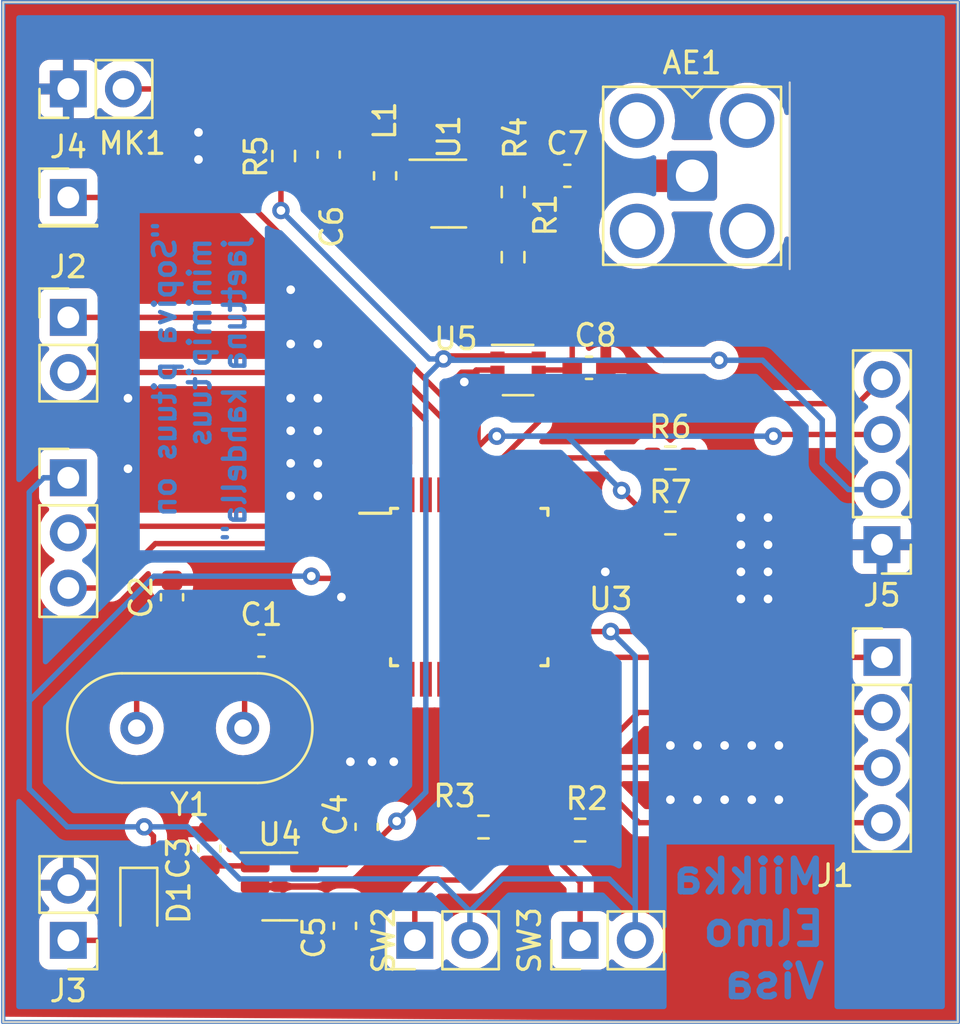
<source format=kicad_pcb>
(kicad_pcb (version 20221018) (generator pcbnew)
  (layers (0 "F.Cu" signal) (31 "B.Cu" signal) (34 "B.Paste" user) (35 "F.Paste" user) (36 "B.SilkS" user "B.Silkscreen") (37 "F.SilkS" user "F.Silkscreen") (38 "B.Mask" user) (39 "F.Mask" user) (44 "Edge.Cuts" user))
  (net 0 "")
  (net 1 "XTAL2")
  (net 2 "GND")
  (net 3 "XTAL1")
  (net 4 "VDD")
  (net 5 "Net-(U4-ADJ)")
  (net 6 "Net-(MK1-+)")
  (net 7 "Net-(U1-TUNE)")
  (net 8 "Net-(AE1-A)")
  (net 9 "3V3")
  (net 10 "Net-(J1-Pin_1)")
  (net 11 "Net-(J1-Pin_2)")
  (net 12 "Net-(J1-Pin_3)")
  (net 13 "Net-(J1-Pin_4)")
  (net 14 "Net-(J2-Pin_1)")
  (net 15 "Net-(J2-Pin_2)")
  (net 16 "Net-(J4-Pin_1)")
  (net 17 "Net-(U1-IND)")
  (net 18 "Net-(U1-OUT-)")
  (net 19 "B2")
  (net 20 "B1")
  (net 21 "Net-(U1-OUT+)")
  (net 22 "RE1")
  (net 23 "RE2")
  (net 36 "SDA0")
  (net 37 "SCL0")
  (net 39 "Net-(D1-A)")
  (footprint "Capacitor_SMD:C_0603_1608Metric" (layer "F.Cu") (at 149 87.85)
    (fp_text reference "C8" (at 0.3 -1.5) (layer "F.SilkS"))
    (fp_text value "1n")
    (fp_line (start -0.14058 -0.51) (end 0.14058 -0.51) (stroke (width 0.12)) (layer "F.SilkS"))
    (fp_line (start -0.14058 0.51) (end 0.14058 0.51) (stroke (width 0.12)) (layer "F.SilkS"))
    (pad "1" smd roundrect (at -0.775 0) (size 0.9 0.95) (layers "F.Cu" "F.Paste" "F.Mask") (net 7 "Net-(U1-TUNE)"))
    (pad "2" smd roundrect (at 0.775 0) (size 0.9 0.95) (layers "F.Cu" "F.Paste" "F.Mask") (net 2 "GND"))
  )
  (footprint "Capacitor_SMD:C_0603_1608Metric" (layer "F.Cu") (at 129.78 98.42 90)
    (fp_text reference "C2" (at 0 -1.43 90) (layer "F.SilkS"))
    (fp_text value "22p")
    (fp_line (start -0.14058 -0.51) (end 0.14058 -0.51) (stroke (width 0.12)) (layer "F.SilkS"))
    (fp_line (start -0.14058 0.51) (end 0.14058 0.51) (stroke (width 0.12)) (layer "F.SilkS"))
    (pad "1" smd roundrect (at -0.775 0 90) (size 0.9 0.95) (layers "F.Cu" "F.Paste" "F.Mask") (net 3 "XTAL1"))
    (pad "2" smd roundrect (at 0.775 0 90) (size 0.9 0.95) (layers "F.Cu" "F.Paste" "F.Mask") (net 2 "GND"))
  )
  (footprint "Resistor_SMD:R_0603_1608Metric" (layer "F.Cu") (at 144.135 109.01)
    (fp_text reference "R3" (at -1.335 -1.43) (layer "F.SilkS"))
    (fp_text value "10k")
    (fp_line (start -0.237258 -0.5225) (end 0.237258 -0.5225) (stroke (width 0.12)) (layer "F.SilkS"))
    (fp_line (start -0.237258 0.5225) (end 0.237258 0.5225) (stroke (width 0.12)) (layer "F.SilkS"))
    (pad "1" smd roundrect (at -0.825 0) (size 0.8 0.95) (layers "F.Cu" "F.Paste" "F.Mask") (net 2 "GND"))
    (pad "2" smd roundrect (at 0.825 0) (size 0.8 0.95) (layers "F.Cu" "F.Paste" "F.Mask") (net 20 "B1"))
  )
  (footprint "Connector_Coaxial:SMA_Amphenol_901-143_Horizontal" (layer "F.Cu") (at 153.75 79 -90)
    (fp_text reference "AE1" (at -5.2 0) (layer "F.SilkS"))
    (fp_text value "Antenna")
    (fp_line (start -4.1 -4.1) (end -4.1 4.1) (stroke (width 0.12)) (layer "F.SilkS"))
    (fp_line (start -4.1 -4.1) (end 4.1 -4.1) (stroke (width 0.12)) (layer "F.SilkS"))
    (fp_line (start -4.1 0.5) (end -3.6 0) (stroke (width 0.12)) (layer "F.SilkS"))
    (fp_line (start -4.1 4.1) (end 4.1 4.1) (stroke (width 0.12)) (layer "F.SilkS"))
    (fp_line (start -3.6 0) (end -4.1 -0.5) (stroke (width 0.12)) (layer "F.SilkS"))
    (fp_line (start 4.1 -4.1) (end 4.1 4.1) (stroke (width 0.12)) (layer "F.SilkS"))
    (fp_line (start 4.3 -4.5) (end -4.3 -4.5) (stroke (width 0.1)) (layer "Edge.Cuts"))
    (pad "1" thru_hole roundrect (at 0 0 270) (size 2.3 2.3) (drill 1.5) (layers "*.Cu" "*.Mask") (roundrect_rratio 0.087) (net 8 "Net-(AE1-A)"))
    (pad "2" thru_hole circle (at -2.54 -2.54 270) (size 2.5 2.5) (drill 1.7) (layers "*.Cu" "*.Mask"))
    (pad "2" thru_hole circle (at -2.54 2.54 270) (size 2.5 2.5) (drill 1.7) (layers "*.Cu" "*.Mask"))
    (pad "2" thru_hole circle (at 2.54 -2.54 270) (size 2.5 2.5) (drill 1.7) (layers "*.Cu" "*.Mask"))
    (pad "2" thru_hole circle (at 2.54 2.54 270) (size 2.5 2.5) (drill 1.7) (layers "*.Cu" "*.Mask"))
  )
  (footprint "Resistor_SMD:R_0603_1608Metric" (layer "F.Cu") (at 134.925649 78.089165 -90)
    (fp_text reference "R5" (at 0.028965 1.278318 90) (layer "F.SilkS"))
    (fp_text value "2k2")
    (fp_line (start -0.237258 -0.5225) (end 0.237258 -0.5225) (stroke (width 0.12)) (layer "F.SilkS"))
    (fp_line (start -0.237258 0.5225) (end 0.237258 0.5225) (stroke (width 0.12)) (layer "F.SilkS"))
    (pad "1" smd roundrect (at -0.825 0 270) (size 0.8 0.95) (layers "F.Cu" "F.Paste" "F.Mask") (net 6 "Net-(MK1-+)"))
    (pad "2" smd roundrect (at 0.825 0 270) (size 0.8 0.95) (layers "F.Cu" "F.Paste" "F.Mask") (net 9 "3V3"))
  )
  (footprint "Capacitor_SMD:C_0603_1608Metric" (layer "F.Cu") (at 137.75 113.5634 -90)
    (fp_text reference "C5" (at 0.5366 1.437119 90) (layer "F.SilkS"))
    (fp_text value "100p")
    (fp_line (start -0.14058 -0.51) (end 0.14058 -0.51) (stroke (width 0.12)) (layer "F.SilkS"))
    (fp_line (start -0.14058 0.51) (end 0.14058 0.51) (stroke (width 0.12)) (layer "F.SilkS"))
    (pad "1" smd roundrect (at -0.775 0 270) (size 0.9 0.95) (layers "F.Cu" "F.Paste" "F.Mask") (net 5 "Net-(U4-ADJ)"))
    (pad "2" smd roundrect (at 0.775 0 270) (size 0.9 0.95) (layers "F.Cu" "F.Paste" "F.Mask") (net 2 "GND"))
  )
  (footprint "Connector_PinHeader_2.54mm:PinHeader_1x02_P2.54mm_Vertical" (layer "F.Cu") (at 140.97 114.23 90)
    (fp_text reference "SW2" (at 0 -1.437881 90) (layer "F.SilkS"))
    (fp_text value "SW_Push" hide)
    (fp_line (start -1.33 -1.33) (end 0 -1.33) (stroke (width 0.12)) (layer "F.SilkS"))
    (fp_line (start -1.33 0) (end -1.33 -1.33) (stroke (width 0.12)) (layer "F.SilkS"))
    (fp_line (start -1.33 1.27) (end -1.33 3.87) (stroke (width 0.12)) (layer "F.SilkS"))
    (fp_line (start -1.33 1.27) (end 1.33 1.27) (stroke (width 0.12)) (layer "F.SilkS"))
    (fp_line (start -1.33 3.87) (end 1.33 3.87) (stroke (width 0.12)) (layer "F.SilkS"))
    (fp_line (start 1.33 1.27) (end 1.33 3.87) (stroke (width 0.12)) (layer "F.SilkS"))
    (pad "1" thru_hole rect (at 0 0 90) (size 1.7 1.7) (drill 1) (layers "*.Cu" "*.Mask") (net 20 "B1"))
    (pad "2" thru_hole oval (at 0 2.54 90) (size 1.7 1.7) (drill 1) (layers "*.Cu" "*.Mask") (net 4 "VDD"))
  )
  (footprint "Connector_PinHeader_2.54mm:PinHeader_1x01_P2.54mm_Vertical" (layer "F.Cu") (at 125 80)
    (fp_text reference "J4" (at 0 -2.33) (layer "F.SilkS"))
    (fp_text value "reset")
    (fp_line (start -1.33 -1.33) (end 0 -1.33) (stroke (width 0.12)) (layer "F.SilkS"))
    (fp_line (start -1.33 0) (end -1.33 -1.33) (stroke (width 0.12)) (layer "F.SilkS"))
    (fp_line (start -1.33 1.27) (end -1.33 1.33) (stroke (width 0.12)) (layer "F.SilkS"))
    (fp_line (start -1.33 1.27) (end 1.33 1.27) (stroke (width 0.12)) (layer "F.SilkS"))
    (fp_line (start -1.33 1.33) (end 1.33 1.33) (stroke (width 0.12)) (layer "F.SilkS"))
    (fp_line (start 1.33 1.27) (end 1.33 1.33) (stroke (width 0.12)) (layer "F.SilkS"))
    (pad "1" thru_hole rect (at 0 0) (size 1.7 1.7) (drill 1) (layers "*.Cu" "*.Mask") (net 16 "Net-(J4-Pin_1)"))
  )
  (footprint "Connector_PinHeader_2.54mm:PinHeader_1x02_P2.54mm_Vertical" (layer "F.Cu") (at 148.59 114.23 90)
    (fp_text reference "SW3" (at 0 -2.33 90) (layer "F.SilkS"))
    (fp_text value "SW_Push")
    (fp_line (start -1.33 -1.33) (end 0 -1.33) (stroke (width 0.12)) (layer "F.SilkS"))
    (fp_line (start -1.33 0) (end -1.33 -1.33) (stroke (width 0.12)) (layer "F.SilkS"))
    (fp_line (start -1.33 1.27) (end -1.33 3.87) (stroke (width 0.12)) (layer "F.SilkS"))
    (fp_line (start -1.33 1.27) (end 1.33 1.27) (stroke (width 0.12)) (layer "F.SilkS"))
    (fp_line (start -1.33 3.87) (end 1.33 3.87) (stroke (width 0.12)) (layer "F.SilkS"))
    (fp_line (start 1.33 1.27) (end 1.33 3.87) (stroke (width 0.12)) (layer "F.SilkS"))
    (pad "1" thru_hole rect (at 0 0 90) (size 1.7 1.7) (drill 1) (layers "*.Cu" "*.Mask") (net 19 "B2"))
    (pad "2" thru_hole oval (at 0 2.54 90) (size 1.7 1.7) (drill 1) (layers "*.Cu" "*.Mask") (net 4 "VDD"))
  )
  (footprint "Capacitor_SMD:C_0603_1608Metric" (layer "F.Cu") (at 131.5 110 90)
    (fp_text reference "C3" (at -0.441592 -1.43 90) (layer "F.SilkS"))
    (fp_text value "1u")
    (fp_line (start -0.14058 -0.51) (end 0.14058 -0.51) (stroke (width 0.12)) (layer "F.SilkS"))
    (fp_line (start -0.14058 0.51) (end 0.14058 0.51) (stroke (width 0.12)) (layer "F.SilkS"))
    (pad "1" smd roundrect (at -0.775 0 90) (size 0.9 0.95) (layers "F.Cu" "F.Paste" "F.Mask") (net 4 "VDD"))
    (pad "2" smd roundrect (at 0.775 0 90) (size 0.9 0.95) (layers "F.Cu" "F.Paste" "F.Mask") (net 2 "GND"))
  )
  (footprint "Crystal:Crystal_HC18-U_Vertical" (layer "F.Cu") (at 133.05 104.45 180)
    (fp_text reference "Y1" (at 2.45 -3.525) (layer "F.SilkS"))
    (fp_text value "Crystal")
    (fp_line (start -0.675 -2.525) (end 5.575 -2.525) (stroke (width 0.12)) (layer "F.SilkS"))
    (fp_line (start -0.675 2.525) (end 5.575 2.525) (stroke (width 0.12)) (layer "F.SilkS"))
    (fp_arc (start -0.675 2.525) (mid -3.2 0) (end -0.675 -2.525) (stroke (width 0.12)) (layer "F.SilkS"))
    (fp_arc (start 5.575 -2.525) (mid 8.1 0) (end 5.575 2.525) (stroke (width 0.12)) (layer "F.SilkS"))
    (pad "1" thru_hole circle (at 0 0 180) (size 1.5 1.5) (drill 0.8) (layers "*.Cu" "*.Mask") (net 1 "XTAL2"))
    (pad "2" thru_hole circle (at 4.9 0 180) (size 1.5 1.5) (drill 0.8) (layers "*.Cu" "*.Mask") (net 3 "XTAL1"))
  )
  (footprint "Diode_SMD:D_SOD-323" (layer "F.Cu") (at 128.25 112.5 -90)
    (fp_text reference "D1" (at 0 -1.85 90) (layer "F.SilkS"))
    (fp_text value "1N4148WS")
    (fp_line (start -1.61 -0.85) (end -1.61 0.85) (stroke (width 0.12)) (layer "F.SilkS"))
    (fp_line (start -1.61 -0.85) (end 1.05 -0.85) (stroke (width 0.12)) (layer "F.SilkS"))
    (fp_line (start -1.61 0.85) (end 1.05 0.85) (stroke (width 0.12)) (layer "F.SilkS"))
    (pad "1" smd roundrect (at -1.05 0 270) (size 0.6 0.45) (layers "F.Cu" "F.Paste" "F.Mask") (net 4 "VDD"))
    (pad "2" smd roundrect (at 1.05 0 270) (size 0.6 0.45) (layers "F.Cu" "F.Paste" "F.Mask") (net 39 "Net-(D1-A)"))
  )
  (footprint "Connector_PinHeader_2.54mm:PinHeader_1x04_P2.54mm_Vertical" (layer "F.Cu") (at 162.5 101.19)
    (fp_text reference "J1" (at -2.15 10.06) (layer "F.SilkS"))
    (fp_text value "SPI")
    (fp_line (start -1.33 -1.33) (end 0 -1.33) (stroke (width 0.12)) (layer "F.SilkS"))
    (fp_line (start -1.33 0) (end -1.33 -1.33) (stroke (width 0.12)) (layer "F.SilkS"))
    (fp_line (start -1.33 1.27) (end -1.33 8.95) (stroke (width 0.12)) (layer "F.SilkS"))
    (fp_line (start -1.33 1.27) (end 1.33 1.27) (stroke (width 0.12)) (layer "F.SilkS"))
    (fp_line (start -1.33 8.95) (end 1.33 8.95) (stroke (width 0.12)) (layer "F.SilkS"))
    (fp_line (start 1.33 1.27) (end 1.33 8.95) (stroke (width 0.12)) (layer "F.SilkS"))
    (pad "1" thru_hole rect (at 0 0) (size 1.7 1.7) (drill 1) (layers "*.Cu" "*.Mask") (net 10 "Net-(J1-Pin_1)"))
    (pad "2" thru_hole oval (at 0 2.54) (size 1.7 1.7) (drill 1) (layers "*.Cu" "*.Mask") (net 11 "Net-(J1-Pin_2)"))
    (pad "3" thru_hole oval (at 0 5.08) (size 1.7 1.7) (drill 1) (layers "*.Cu" "*.Mask") (net 12 "Net-(J1-Pin_3)"))
    (pad "4" thru_hole oval (at 0 7.62) (size 1.7 1.7) (drill 1) (layers "*.Cu" "*.Mask") (net 13 "Net-(J1-Pin_4)"))
  )
  (footprint "Resistor_SMD:R_0603_1608Metric" (layer "F.Cu") (at 152.75 92)
    (fp_text reference "R6" (at 0 -1.43) (layer "F.SilkS"))
    (fp_text value "4k7")
    (fp_line (start -0.237258 -0.5225) (end 0.237258 -0.5225) (stroke (width 0.12)) (layer "F.SilkS"))
    (fp_line (start -0.237258 0.5225) (end 0.237258 0.5225) (stroke (width 0.12)) (layer "F.SilkS"))
    (pad "1" smd roundrect (at -0.825 0) (size 0.8 0.95) (layers "F.Cu" "F.Paste" "F.Mask") (net 36 "SDA0"))
    (pad "2" smd roundrect (at 0.825 0) (size 0.8 0.95) (layers "F.Cu" "F.Paste" "F.Mask") (net 4 "VDD"))
  )
  (footprint "Package_TO_SOT_SMD:SOT-23-5" (layer "F.Cu") (at 134.75 111.75)
    (fp_text reference "U4" (at 0 -2.4) (layer "F.SilkS"))
    (fp_text value "AP2204K-ADJ")
    (fp_line (start 0 -1.56) (end -1.8 -1.56) (stroke (width 0.12)) (layer "F.SilkS"))
    (fp_line (start 0 -1.56) (end 0.8 -1.56) (stroke (width 0.12)) (layer "F.SilkS"))
    (fp_line (start 0 1.56) (end -0.8 1.56) (stroke (width 0.12)) (layer "F.SilkS"))
    (fp_line (start 0 1.56) (end 0.8 1.56) (stroke (width 0.12)) (layer "F.SilkS"))
    (pad "1" smd roundrect (at -1.1375 -0.95) (size 1.325 0.6) (layers "F.Cu" "F.Paste" "F.Mask") (net 4 "VDD"))
    (pad "2" smd roundrect (at -1.1375 0) (size 1.325 0.6) (layers "F.Cu" "F.Paste" "F.Mask") (net 2 "GND"))
    (pad "3" smd roundrect (at -1.1375 0.95) (size 1.325 0.6) (layers "F.Cu" "F.Paste" "F.Mask") (net 4 "VDD"))
    (pad "4" smd roundrect (at 1.1375 0.95) (size 1.325 0.6) (layers "F.Cu" "F.Paste" "F.Mask") (net 5 "Net-(U4-ADJ)"))
    (pad "5" smd roundrect (at 1.1375 -0.95) (size 1.325 0.6) (layers "F.Cu" "F.Paste" "F.Mask") (net 9 "3V3"))
  )
  (footprint "Capacitor_SMD:C_0603_1608Metric" (layer "F.Cu") (at 138.75 109 90)
    (fp_text reference "C4" (at 0.556205 -1.43 90) (layer "F.SilkS"))
    (fp_text value "2u2")
    (fp_line (start -0.14058 -0.51) (end 0.14058 -0.51) (stroke (width 0.12)) (layer "F.SilkS"))
    (fp_line (start -0.14058 0.51) (end 0.14058 0.51) (stroke (width 0.12)) (layer "F.SilkS"))
    (pad "1" smd roundrect (at -0.775 0 90) (size 0.9 0.95) (layers "F.Cu" "F.Paste" "F.Mask") (net 9 "3V3"))
    (pad "2" smd roundrect (at 0.775 0 90) (size 0.9 0.95) (layers "F.Cu" "F.Paste" "F.Mask") (net 2 "GND"))
  )
  (footprint "Package_TO_SOT_SMD:SOT-363_SC-70-6" (layer "F.Cu") (at 145.73 87.95)
    (fp_text reference "U5" (at -2.87 -1.44) (layer "F.SilkS"))
    (fp_text value "MCP4018-xxxxLT")
    (fp_line (start -0.7 1.16) (end 0.7 1.16) (stroke (width 0.12)) (layer "F.SilkS"))
    (fp_line (start 0.7 -1.16) (end -1.2 -1.16) (stroke (width 0.12)) (layer "F.SilkS"))
    (pad "1" smd rect (at -0.95 -0.65) (size 0.65 0.4) (layers "F.Cu" "F.Paste" "F.Mask") (net 9 "3V3"))
    (pad "2" smd rect (at -0.95 0) (size 0.65 0.4) (layers "F.Cu" "F.Paste" "F.Mask") (net 2 "GND"))
    (pad "3" smd rect (at -0.95 0.65) (size 0.65 0.4) (layers "F.Cu" "F.Paste" "F.Mask") (net 37 "SCL0"))
    (pad "4" smd rect (at 0.95 0.65) (size 0.65 0.4) (layers "F.Cu" "F.Paste" "F.Mask") (net 36 "SDA0"))
    (pad "5" smd rect (at 0.95 0) (size 0.65 0.4) (layers "F.Cu" "F.Paste" "F.Mask") (net 7 "Net-(U1-TUNE)"))
    (pad "6" smd rect (at 0.95 -0.65) (size 0.65 0.4) (layers "F.Cu" "F.Paste" "F.Mask") (net 9 "3V3"))
  )
  (footprint "Connector_PinHeader_2.54mm:PinHeader_1x02_P2.54mm_Vertical" (layer "F.Cu") (at 125 75 90)
    (fp_text reference "MK1" (at -2.51 2.95 180) (layer "F.SilkS"))
    (fp_text value "Microphone")
    (fp_line (start -1.33 -1.33) (end 0 -1.33) (stroke (width 0.12)) (layer "F.SilkS"))
    (fp_line (start -1.33 0) (end -1.33 -1.33) (stroke (width 0.12)) (layer "F.SilkS"))
    (fp_line (start -1.33 1.27) (end -1.33 3.87) (stroke (width 0.12)) (layer "F.SilkS"))
    (fp_line (start -1.33 1.27) (end 1.33 1.27) (stroke (width 0.12)) (layer "F.SilkS"))
    (fp_line (start -1.33 3.87) (end 1.33 3.87) (stroke (width 0.12)) (layer "F.SilkS"))
    (fp_line (start 1.33 1.27) (end 1.33 3.87) (stroke (width 0.12)) (layer "F.SilkS"))
    (pad "1" thru_hole rect (at 0 0 90) (size 1.7 1.7) (drill 1) (layers "*.Cu" "*.Mask") (net 2 "GND"))
    (pad "2" thru_hole oval (at 0 2.54 90) (size 1.7 1.7) (drill 1) (layers "*.Cu" "*.Mask") (net 6 "Net-(MK1-+)"))
  )
  (footprint "Resistor_SMD:R_0603_1608Metric" (layer "F.Cu") (at 145.5 79.75 90)
    (fp_text reference "R4" (at 2.5 0.1 90) (layer "F.SilkS"))
    (fp_text value "1k")
    (fp_line (start -0.237258 -0.5225) (end 0.237258 -0.5225) (stroke (width 0.12)) (layer "F.SilkS"))
    (fp_line (start -0.237258 0.5225) (end 0.237258 0.5225) (stroke (width 0.12)) (layer "F.SilkS"))
    (pad "1" smd roundrect (at -0.825 0 90) (size 0.8 0.95) (layers "F.Cu" "F.Paste" "F.Mask") (net 9 "3V3"))
    (pad "2" smd roundrect (at 0.825 0 90) (size 0.8 0.95) (layers "F.Cu" "F.Paste" "F.Mask") (net 21 "Net-(U1-OUT+)"))
  )
  (footprint "Connector_PinHeader_2.54mm:PinHeader_1x03_P2.54mm_Vertical" (layer "F.Cu") (at 125 92.915)
    (fp_text reference "SW1" hide)
    (fp_text value "RotaryEncoder")
    (fp_line (start -1.33 -1.33) (end 0 -1.33) (stroke (width 0.12)) (layer "F.SilkS"))
    (fp_line (start -1.33 0) (end -1.33 -1.33) (stroke (width 0.12)) (layer "F.SilkS"))
    (fp_line (start -1.33 1.27) (end -1.33 6.41) (stroke (width 0.12)) (layer "F.SilkS"))
    (fp_line (start -1.33 1.27) (end 1.33 1.27) (stroke (width 0.12)) (layer "F.SilkS"))
    (fp_line (start -1.33 6.41) (end 1.33 6.41) (stroke (width 0.12)) (layer "F.SilkS"))
    (fp_line (start 1.33 1.27) (end 1.33 6.41) (stroke (width 0.12)) (layer "F.SilkS"))
    (pad "1" thru_hole rect (at 0 0) (size 1.7 1.7) (drill 1) (layers "*.Cu" "*.Mask") (net 4 "VDD"))
    (pad "2" thru_hole oval (at 0 2.54) (size 1.7 1.7) (drill 1) (layers "*.Cu" "*.Mask") (net 22 "RE1"))
    (pad "3" thru_hole oval (at 0 5.08) (size 1.7 1.7) (drill 1) (layers "*.Cu" "*.Mask") (net 23 "RE2"))
  )
  (footprint "Connector_PinHeader_2.54mm:PinHeader_1x02_P2.54mm_Vertical" (layer "F.Cu") (at 125 114.23 180)
    (fp_text reference "J3" (at 0 -2.33) (layer "F.SilkS"))
    (fp_text value "vdd_gnd")
    (fp_line (start -1.33 -1.33) (end 0 -1.33) (stroke (width 0.12)) (layer "F.SilkS"))
    (fp_line (start -1.33 0) (end -1.33 -1.33) (stroke (width 0.12)) (layer "F.SilkS"))
    (fp_line (start -1.33 1.27) (end -1.33 3.87) (stroke (width 0.12)) (layer "F.SilkS"))
    (fp_line (start -1.33 1.27) (end 1.33 1.27) (stroke (width 0.12)) (layer "F.SilkS"))
    (fp_line (start -1.33 3.87) (end 1.33 3.87) (stroke (width 0.12)) (layer "F.SilkS"))
    (fp_line (start 1.33 1.27) (end 1.33 3.87) (stroke (width 0.12)) (layer "F.SilkS"))
    (pad "1" thru_hole rect (at 0 0 180) (size 1.7 1.7) (drill 1) (layers "*.Cu" "*.Mask") (net 39 "Net-(D1-A)"))
    (pad "2" thru_hole oval (at 0 2.54 180) (size 1.7 1.7) (drill 1) (layers "*.Cu" "*.Mask") (net 2 "GND"))
  )
  (footprint "Package_TO_SOT_SMD:SOT-23-6" (layer "F.Cu") (at 142.5325 79.82)
    (fp_text reference "U1" (at 0.0075 -2.61 90) (layer "F.SilkS"))
    (fp_text value "MAX2606")
    (fp_line (start 0 -1.56) (end -1.8 -1.56) (stroke (width 0.12)) (layer "F.SilkS"))
    (fp_line (start 0 -1.56) (end 0.8 -1.56) (stroke (width 0.12)) (layer "F.SilkS"))
    (fp_line (start 0 1.56) (end -0.8 1.56) (stroke (width 0.12)) (layer "F.SilkS"))
    (fp_line (start 0 1.56) (end 0.8 1.56) (stroke (width 0.12)) (layer "F.SilkS"))
    (pad "1" smd roundrect (at -1.1375 -0.95) (size 1.325 0.6) (layers "F.Cu" "F.Paste" "F.Mask") (net 17 "Net-(U1-IND)"))
    (pad "2" smd roundrect (at -1.1375 0) (size 1.325 0.6) (layers "F.Cu" "F.Paste" "F.Mask") (net 2 "GND"))
    (pad "3" smd roundrect (at -1.1375 0.95) (size 1.325 0.6) (layers "F.Cu" "F.Paste" "F.Mask") (net 7 "Net-(U1-TUNE)"))
    (pad "4" smd roundrect (at 1.1375 0.95) (size 1.325 0.6) (layers "F.Cu" "F.Paste" "F.Mask") (net 18 "Net-(U1-OUT-)"))
    (pad "5" smd roundrect (at 1.1375 0) (size 1.325 0.6) (layers "F.Cu" "F.Paste" "F.Mask") (net 9 "3V3"))
    (pad "6" smd roundrect (at 1.1375 -0.95) (size 1.325 0.6) (layers "F.Cu" "F.Paste" "F.Mask") (net 21 "Net-(U1-OUT+)"))
  )
  (footprint "Resistor_SMD:R_0603_1608Metric" (layer "F.Cu") (at 145.5 82.75 -90)
    (fp_text reference "R1" (at -1.94 -1.49 -270) (layer "F.SilkS"))
    (fp_text value "1k")
    (fp_line (start -0.237258 -0.5225) (end 0.237258 -0.5225) (stroke (width 0.12)) (layer "F.SilkS"))
    (fp_line (start -0.237258 0.5225) (end 0.237258 0.5225) (stroke (width 0.12)) (layer "F.SilkS"))
    (pad "1" smd roundrect (at -0.825 0 270) (size 0.8 0.95) (layers "F.Cu" "F.Paste" "F.Mask") (net 9 "3V3"))
    (pad "2" smd roundrect (at 0.825 0 270) (size 0.8 0.95) (layers "F.Cu" "F.Paste" "F.Mask") (net 18 "Net-(U1-OUT-)"))
  )
  (footprint "Connector_PinHeader_2.54mm:PinHeader_1x02_P2.54mm_Vertical" (layer "F.Cu") (at 125 85.525)
    (fp_text reference "J2" (at 0 -2.33) (layer "F.SilkS"))
    (fp_text value "UART")
    (fp_line (start -1.33 -1.33) (end 0 -1.33) (stroke (width 0.12)) (layer "F.SilkS"))
    (fp_line (start -1.33 0) (end -1.33 -1.33) (stroke (width 0.12)) (layer "F.SilkS"))
    (fp_line (start -1.33 1.27) (end -1.33 3.87) (stroke (width 0.12)) (layer "F.SilkS"))
    (fp_line (start -1.33 1.27) (end 1.33 1.27) (stroke (width 0.12)) (layer "F.SilkS"))
    (fp_line (start -1.33 3.87) (end 1.33 3.87) (stroke (width 0.12)) (layer "F.SilkS"))
    (fp_line (start 1.33 1.27) (end 1.33 3.87) (stroke (width 0.12)) (layer "F.SilkS"))
    (pad "1" thru_hole rect (at 0 0) (size 1.7 1.7) (drill 1) (layers "*.Cu" "*.Mask") (net 14 "Net-(J2-Pin_1)"))
    (pad "2" thru_hole oval (at 0 2.54) (size 1.7 1.7) (drill 1) (layers "*.Cu" "*.Mask") (net 15 "Net-(J2-Pin_2)"))
  )
  (footprint "Connector_PinHeader_2.54mm:PinHeader_1x04_P2.54mm_Vertical" (layer "F.Cu") (at 162.5 96 180)
    (fp_text reference "J5" (at 0 -2.33) (layer "F.SilkS"))
    (fp_text value "OLED")
    (fp_line (start -1.33 -1.33) (end 0 -1.33) (stroke (width 0.12)) (layer "F.SilkS"))
    (fp_line (start -1.33 0) (end -1.33 -1.33) (stroke (width 0.12)) (layer "F.SilkS"))
    (fp_line (start -1.33 1.27) (end -1.33 8.95) (stroke (width 0.12)) (layer "F.SilkS"))
    (fp_line (start -1.33 1.27) (end 1.33 1.27) (stroke (width 0.12)) (layer "F.SilkS"))
    (fp_line (start -1.33 8.95) (end 1.33 8.95) (stroke (width 0.12)) (layer "F.SilkS"))
    (fp_line (start 1.33 1.27) (end 1.33 8.95) (stroke (width 0.12)) (layer "F.SilkS"))
    (pad "1" thru_hole rect (at 0 0 180) (size 1.7 1.7) (drill 1) (layers "*.Cu" "*.Mask") (net 2 "GND"))
    (pad "2" thru_hole oval (at 0 2.54 180) (size 1.7 1.7) (drill 1) (layers "*.Cu" "*.Mask") (net 9 "3V3"))
    (pad "3" thru_hole oval (at 0 5.08 180) (size 1.7 1.7) (drill 1) (layers "*.Cu" "*.Mask") (net 37 "SCL0"))
    (pad "4" thru_hole oval (at 0 7.62 180) (size 1.7 1.7) (drill 1) (layers "*.Cu" "*.Mask") (net 36 "SDA0"))
  )
  (footprint "Capacitor_SMD:C_0603_1608Metric" (layer "F.Cu") (at 133.9 100.65)
    (fp_text reference "C1" (at 0 -1.43) (layer "F.SilkS"))
    (fp_text value "22p")
    (fp_line (start -0.14058 -0.51) (end 0.14058 -0.51) (stroke (width 0.12)) (layer "F.SilkS"))
    (fp_line (start -0.14058 0.51) (end 0.14058 0.51) (stroke (width 0.12)) (layer "F.SilkS"))
    (pad "1" smd roundrect (at -0.775 0) (size 0.9 0.95) (layers "F.Cu" "F.Paste" "F.Mask") (net 1 "XTAL2"))
    (pad "2" smd roundrect (at 0.775 0) (size 0.9 0.95) (layers "F.Cu" "F.Paste" "F.Mask") (net 2 "GND"))
  )
  (footprint "Capacitor_SMD:C_0603_1608Metric" (layer "F.Cu") (at 148 79 180)
    (fp_text reference "C7" (at -0.000844 1.49) (layer "F.SilkS"))
    (fp_text value "1n")
    (fp_line (start -0.14058 -0.51) (end 0.14058 -0.51) (stroke (width 0.12)) (layer "F.SilkS"))
    (fp_line (start -0.14058 0.51) (end 0.14058 0.51) (stroke (width 0.12)) (layer "F.SilkS"))
    (pad "1" smd roundrect (at -0.775 0 180) (size 0.9 0.95) (layers "F.Cu" "F.Paste" "F.Mask") (net 8 "Net-(AE1-A)"))
    (pad "2" smd roundrect (at 0.775 0 180) (size 0.9 0.95) (layers "F.Cu" "F.Paste" "F.Mask") (net 21 "Net-(U1-OUT+)"))
  )
  (footprint "Package_QFP:TQFP-32_7x7mm_P0.8mm" (layer "F.Cu") (at 143.48 97.95)
    (fp_text reference "U3" (at 6.52 0.55) (layer "F.SilkS"))
    (fp_text value "ATmega328PB-A")
    (fp_line (start -3.625 -3.625) (end -3.625 -3.4) (stroke (width 0.15)) (layer "F.SilkS"))
    (fp_line (start -3.625 -3.625) (end -3.3 -3.625) (stroke (width 0.15)) (layer "F.SilkS"))
    (fp_line (start -3.625 -3.4) (end -5.05 -3.4) (stroke (width 0.15)) (layer "F.SilkS"))
    (fp_line (start -3.625 3.625) (end -3.625 3.3) (stroke (width 0.15)) (layer "F.SilkS"))
    (fp_line (start -3.625 3.625) (end -3.3 3.625) (stroke (width 0.15)) (layer "F.SilkS"))
    (fp_line (start 3.625 -3.625) (end 3.3 -3.625) (stroke (width 0.15)) (layer "F.SilkS"))
    (fp_line (start 3.625 -3.625) (end 3.625 -3.3) (stroke (width 0.15)) (layer "F.SilkS"))
    (fp_line (start 3.625 3.625) (end 3.3 3.625) (stroke (width 0.15)) (layer "F.SilkS"))
    (fp_line (start 3.625 3.625) (end 3.625 3.3) (stroke (width 0.15)) (layer "F.SilkS"))
    (pad "1" smd rect (at -4.25 -2.8) (size 1.6 0.55) (layers "F.Cu" "F.Paste" "F.Mask") (net 22 "RE1"))
    (pad "2" smd rect (at -4.25 -2) (size 1.6 0.55) (layers "F.Cu" "F.Paste" "F.Mask") (net 23 "RE2"))
    (pad "3" smd rect (at -4.25 -1.2) (size 1.6 0.55) (layers "F.Cu" "F.Paste" "F.Mask"))
    (pad "4" smd rect (at -4.25 -0.4) (size 1.6 0.55) (layers "F.Cu" "F.Paste" "F.Mask") (net 4 "VDD"))
    (pad "5" smd rect (at -4.25 0.4) (size 1.6 0.55) (layers "F.Cu" "F.Paste" "F.Mask") (net 2 "GND"))
    (pad "6" smd rect (at -4.25 1.2) (size 1.6 0.55) (layers "F.Cu" "F.Paste" "F.Mask"))
    (pad "7" smd rect (at -4.25 2) (size 1.6 0.55) (layers "F.Cu" "F.Paste" "F.Mask") (net 3 "XTAL1"))
    (pad "8" smd rect (at -4.25 2.8) (size 1.6 0.55) (layers "F.Cu" "F.Paste" "F.Mask") (net 1 "XTAL2"))
    (pad "9" smd rect (at -2.8 4.25 90) (size 1.6 0.55) (layers "F.Cu" "F.Paste" "F.Mask"))
    (pad "10" smd rect (at -2 4.25 90) (size 1.6 0.55) (layers "F.Cu" "F.Paste" "F.Mask"))
    (pad "11" smd rect (at -1.2 4.25 90) (size 1.6 0.55) (layers "F.Cu" "F.Paste" "F.Mask"))
    (pad "12" smd rect (at -0.4 4.25 90) (size 1.6 0.55) (layers "F.Cu" "F.Paste" "F.Mask") (net 20 "B1"))
    (pad "13" smd rect (at 0.4 4.25 90) (size 1.6 0.55) (layers "F.Cu" "F.Paste" "F.Mask") (net 19 "B2"))
    (pad "14" smd rect (at 1.2 4.25 90) (size 1.6 0.55) (layers "F.Cu" "F.Paste" "F.Mask") (net 13 "Net-(J1-Pin_4)"))
    (pad "15" smd rect (at 2 4.25 90) (size 1.6 0.55) (layers "F.Cu" "F.Paste" "F.Mask") (net 12 "Net-(J1-Pin_3)"))
    (pad "16" smd rect (at 2.8 4.25 90) (size 1.6 0.55) (layers "F.Cu" "F.Paste" "F.Mask") (net 11 "Net-(J1-Pin_2)"))
    (pad "17" smd rect (at 4.25 2.8) (size 1.6 0.55) (layers "F.Cu" "F.Paste" "F.Mask") (net 10 "Net-(J1-Pin_1)"))
    (pad "18" smd rect (at 4.25 2) (size 1.6 0.55) (layers "F.Cu" "F.Paste" "F.Mask") (net 4 "VDD"))
    (pad "19" smd rect (at 4.25 1.2) (size 1.6 0.55) (layers "F.Cu" "F.Paste" "F.Mask"))
    (pad "20" smd rect (at 4.25 0.4) (size 1.6 0.55) (layers "F.Cu" "F.Paste" "F.Mask"))
    (pad "21" smd rect (at 4.25 -0.4) (size 1.6 0.55) (layers "F.Cu" "F.Paste" "F.Mask") (net 2 "GND"))
    (pad "22" smd rect (at 4.25 -1.2) (size 1.6 0.55) (layers "F.Cu" "F.Paste" "F.Mask"))
    (pad "23" smd rect (at 4.25 -2) (size 1.6 0.55) (layers "F.Cu" "F.Paste" "F.Mask"))
    (pad "24" smd rect (at 4.25 -2.8) (size 1.6 0.55) (layers "F.Cu" "F.Paste" "F.Mask"))
    (pad "25" smd rect (at 2.8 -4.25 90) (size 1.6 0.55) (layers "F.Cu" "F.Paste" "F.Mask"))
    (pad "26" smd rect (at 2 -4.25 90) (size 1.6 0.55) (layers "F.Cu" "F.Paste" "F.Mask"))
    (pad "27" smd rect (at 1.2 -4.25 90) (size 1.6 0.55) (layers "F.Cu" "F.Paste" "F.Mask") (net 36 "SDA0"))
    (pad "28" smd rect (at 0.4 -4.25 90) (size 1.6 0.55) (layers "F.Cu" "F.Paste" "F.Mask") (net 37 "SCL0"))
    (pad "29" smd rect (at -0.4 -4.25 90) (size 1.6 0.55) (layers "F.Cu" "F.Paste" "F.Mask") (net 16 "Net-(J4-Pin_1)"))
    (pad "30" smd rect (at -1.2 -4.25 90) (size 1.6 0.55) (layers "F.Cu" "F.Paste" "F.Mask") (net 14 "Net-(J2-Pin_1)"))
    (pad "31" smd rect (at -2 -4.25 90) (size 1.6 0.55) (layers "F.Cu" "F.Paste" "F.Mask") (net 15 "Net-(J2-Pin_2)"))
    (pad "32" smd rect (at -2.8 -4.25 90) (size 1.6 0.55) (layers "F.Cu" "F.Paste" "F.Mask"))
  )
  (footprint "Resistor_SMD:R_0603_1608Metric" (layer "F.Cu") (at 152.75 95)
    (fp_text reference "R7" (at 0 -1.43) (layer "F.SilkS"))
    (fp_text value "4k7")
    (fp_line (start -0.237258 -0.5225) (end 0.237258 -0.5225) (stroke (width 0.12)) (layer "F.SilkS"))
    (fp_line (start -0.237258 0.5225) (end 0.237258 0.5225) (stroke (width 0.12)) (layer "F.SilkS"))
    (pad "1" smd roundrect (at -0.825 0) (size 0.8 0.95) (layers "F.Cu" "F.Paste" "F.Mask") (net 37 "SCL0"))
    (pad "2" smd roundrect (at 0.825 0) (size 0.8 0.95) (layers "F.Cu" "F.Paste" "F.Mask") (net 4 "VDD"))
  )
  (footprint "Capacitor_SMD:C_0603_1608Metric" (layer "F.Cu") (at 137 78.025 -90)
    (fp_text reference "C6" (at 3.325 -0.14 90) (layer "F.SilkS"))
    (fp_text value "2u2")
    (fp_line (start -0.14058 -0.51) (end 0.14058 -0.51) (stroke (width 0.12)) (layer "F.SilkS"))
    (fp_line (start -0.14058 0.51) (end 0.14058 0.51) (stroke (width 0.12)) (layer "F.SilkS"))
    (pad "1" smd roundrect (at -0.775 0 270) (size 0.9 0.95) (layers "F.Cu" "F.Paste" "F.Mask") (net 6 "Net-(MK1-+)"))
    (pad "2" smd roundrect (at 0.775 0 270) (size 0.9 0.95) (layers "F.Cu" "F.Paste" "F.Mask") (net 7 "Net-(U1-TUNE)"))
  )
  (footprint "Resistor_SMD:R_0603_1608Metric" (layer "F.Cu") (at 148.59 109.15 180)
    (fp_text reference "R2" (at -0.31 1.45) (layer "F.SilkS"))
    (fp_text value "10k")
    (fp_line (start -0.237258 -0.5225) (end 0.237258 -0.5225) (stroke (width 0.12)) (layer "F.SilkS"))
    (fp_line (start -0.237258 0.5225) (end 0.237258 0.5225) (stroke (width 0.12)) (layer "F.SilkS"))
    (pad "1" smd roundrect (at -0.825 0 180) (size 0.8 0.95) (layers "F.Cu" "F.Paste" "F.Mask") (net 2 "GND"))
    (pad "2" smd roundrect (at 0.825 0 180) (size 0.8 0.95) (layers "F.Cu" "F.Paste" "F.Mask") (net 19 "B2"))
  )
  (footprint "Inductor_SMD:L_0603_1608Metric" (layer "F.Cu") (at 139.6 79 90)
    (fp_text reference "L1" (at 2.541076 -0.014156 90) (layer "F.SilkS"))
    (fp_text value "390n")
    (fp_line (start -0.162779 -0.51) (end 0.162779 -0.51) (stroke (width 0.12)) (layer "F.SilkS"))
    (fp_line (start -0.162779 0.51) (end 0.162779 0.51) (stroke (width 0.12)) (layer "F.SilkS"))
    (pad "1" smd roundrect (at -0.7875 0 90) (size 0.875 0.95) (layers "F.Cu" "F.Paste" "F.Mask") (net 2 "GND"))
    (pad "2" smd roundrect (at 0.7875 0 90) (size 0.875 0.95) (layers "F.Cu" "F.Paste" "F.Mask") (net 17 "Net-(U1-IND)"))
  )
  (gr_rect (start 122 71) (end 166 118) (stroke (width 0.2)) (fill none) (layer "B.Cu"))
  (gr_rect (start 122 71) (end 166 118) (stroke (width 0.1)) (fill none) (layer "Edge.Cuts"))
  (gr_text "Miikka\nElmo\nVisa" (at 160 117) (layer "B.Cu") (effects (font (size 1.5 1.5) (thickness 0.3) bold) (justify left bottom mirror)))
  (gr_text "{dblquote}Sopiva pituus on \n minimipituus\n jaettuna kahdella{dblquote}" (at 133.25 81 90) (layer "B.Cu") (effects (font (size 1 1) (thickness 0.2) bold) (justify left bottom mirror)))
  (segment (start 139.23 100.75) (end 137.6 100.75) (width 0.25) (layer "F.Cu") (net 1))
  (segment (start 133.6 99.3) (end 133.125 99.775) (width 0.25) (layer "F.Cu") (net 1))
  (segment (start 133.125 100.65) (end 133.125 104.375) (width 0.25) (layer "F.Cu") (net 1))
  (segment (start 136.15 99.3) (end 133.6 99.3) (width 0.25) (layer "F.Cu") (net 1))
  (segment (start 133.125 104.375) (end 133.05 104.45) (width 0.25) (layer "F.Cu") (net 1))
  (segment (start 133.125 99.775) (end 133.125 100.65) (width 0.25) (layer "F.Cu") (net 1))
  (segment (start 137.6 100.75) (end 136.15 99.3) (width 0.25) (layer "F.Cu") (net 1))
  (segment (start 141.395 79.82) (end 139.6325 79.82) (width 0.25) (layer "F.Cu") (net 2))
  (segment (start 147.73 97.55) (end 149.45 97.55) (width 0.25) (layer "F.Cu") (net 2))
  (segment (start 149.45 97.55) (end 149.75 97.25) (width 0.25) (layer "F.Cu") (net 2))
  (segment (start 139.23 98.35) (end 137.65 98.35) (width 0.25) (layer "F.Cu") (net 2))
  (segment (start 143.8 87.95) (end 143.25 88.5) (width 0.25) (layer "F.Cu") (net 2))
  (segment (start 144.78 87.95) (end 143.8 87.95) (width 0.25) (layer "F.Cu") (net 2))
  (segment (start 139.6325 79.82) (end 139.6 79.7875) (width 0.25) (layer "F.Cu") (net 2))
  (segment (start 137.65 98.35) (end 137.587299 98.412701) (width 0.25) (layer "F.Cu") (net 2))
  (via (at 140 106) (size 0.8) (drill 0.4) (layers "F.Cu" "B.Cu") (net 2))
  (via (at 157.75 107.75) (size 0.8) (drill 0.4) (layers "F.Cu" "B.Cu") (net 2))
  (via (at 136.5 86.75) (size 0.8) (drill 0.4) (layers "F.Cu" "B.Cu") (net 2))
  (via (at 143.25 88.5) (size 0.8) (drill 0.4) (layers "F.Cu" "B.Cu") (net 2))
  (via (at 135.25 86.75) (size 0.8) (drill 0.4) (layers "F.Cu" "B.Cu") (net 2))
  (via (at 157.25 96) (size 0.8) (drill 0.4) (layers "F.Cu" "B.Cu") (net 2))
  (via (at 157.25 94.75) (size 0.8) (drill 0.4) (layers "F.Cu" "B.Cu") (net 2))
  (via (at 157.25 97.25) (size 0.8) (drill 0.4) (layers "F.Cu" "B.Cu") (net 2))
  (via (at 157.25 98.5) (size 0.8) (drill 0.4) (layers "F.Cu" "B.Cu") (net 2))
  (via (at 135.25 90.75) (size 0.8) (drill 0.4) (layers "F.Cu" "B.Cu") (net 2))
  (via (at 157.75 105.25) (size 0.8) (drill 0.4) (layers "F.Cu" "B.Cu") (net 2))
  (via (at 155.25 105.25) (size 0.8) (drill 0.4) (layers "F.Cu" "B.Cu") (net 2))
  (via (at 135.25 93.75) (size 0.8) (drill 0.4) (layers "F.Cu" "B.Cu") (net 2))
  (via (at 127.75 89.25) (size 0.8) (drill 0.4) (layers "F.Cu" "B.Cu") (net 2))
  (via (at 154 107.75) (size 0.8) (drill 0.4) (layers "F.Cu" "B.Cu") (net 2))
  (via (at 131 77) (size 0.8) (drill 0.4) (layers "F.Cu" "B.Cu") (net 2))
  (via (at 131 78.25) (size 0.8) (drill 0.4) (layers "F.Cu" "B.Cu") (net 2))
  (via (at 156 98.5) (size 0.8) (drill 0.4) (layers "F.Cu" "B.Cu") (net 2))
  (via (at 152.75 105.25) (size 0.8) (drill 0.4) (layers "F.Cu" "B.Cu") (net 2))
  (via (at 136.5 93.75) (size 0.8) (drill 0.4) (layers "F.Cu" "B.Cu") (net 2))
  (via (at 135.25 92.25) (size 0.8) (drill 0.4) (layers "F.Cu" "B.Cu") (net 2))
  (via (at 154 105.25) (size 0.8) (drill 0.4) (layers "F.Cu" "B.Cu") (net 2))
  (via (at 149.75 97.25) (size 0.8) (drill 0.4) (layers "F.Cu" "B.Cu") (net 2))
  (via (at 156 96) (size 0.8) (drill 0.4) (layers "F.Cu" "B.Cu") (net 2))
  (via (at 136.5 89.25) (size 0.8) (drill 0.4) (layers "F.Cu" "B.Cu") (net 2))
  (via (at 137.587299 98.412701) (size 0.8) (drill 0.4) (layers "F.Cu" "B.Cu") (net 2))
  (via (at 155.25 107.75) (size 0.8) (drill 0.4) (layers "F.Cu" "B.Cu") (net 2))
  (via (at 138 106) (size 0.8) (drill 0.4) (layers "F.Cu" "B.Cu") (net 2))
  (via (at 135.25 84.25) (size 0.8) (drill 0.4) (layers "F.Cu" "B.Cu") (net 2))
  (via (at 156.5 107.75) (size 0.8) (drill 0.4) (layers "F.Cu" "B.Cu") (net 2))
  (via (at 152.75 107.75) (size 0.8) (drill 0.4) (layers "F.Cu" "B.Cu") (net 2))
  (via (at 156 97.25) (size 0.8) (drill 0.4) (layers "F.Cu" "B.Cu") (net 2))
  (via (at 139 106) (size 0.8) (drill 0.4) (layers "F.Cu" "B.Cu") (net 2))
  (via (at 136.5 90.75) (size 0.8) (drill 0.4) (layers "F.Cu" "B.Cu") (net 2))
  (via (at 135.25 89.25) (size 0.8) (drill 0.4) (layers "F.Cu" "B.Cu") (net 2))
  (via (at 156.5 105.25) (size 0.8) (drill 0.4) (layers "F.Cu" "B.Cu") (net 2))
  (via (at 136.5 92.25) (size 0.8) (drill 0.4) (layers "F.Cu" "B.Cu") (net 2))
  (via (at 127.75 92.5) (size 0.8) (drill 0.4) (layers "F.Cu" "B.Cu") (net 2))
  (via (at 156 94.75) (size 0.8) (drill 0.4) (layers "F.Cu" "B.Cu") (net 2))
  (segment (start 128.15 100.825) (end 129.78 99.195) (width 0.25) (layer "F.Cu") (net 3))
  (segment (start 128.15 104.45) (end 128.15 100.825) (width 0.25) (layer "F.Cu") (net 3))
  (segment (start 137.436396 99.95) (end 136.336396 98.85) (width 0.25) (layer "F.Cu") (net 3))
  (segment (start 132.8 98.85) (end 132.455 99.195) (width 0.25) (layer "F.Cu") (net 3))
  (segment (start 136.336396 98.85) (end 132.8 98.85) (width 0.25) (layer "F.Cu") (net 3))
  (segment (start 129.78 99.195) (end 132.455 99.195) (width 0.25) (layer "F.Cu") (net 3))
  (segment (start 137.436396 99.95) (end 139.23 99.95) (width 0.25) (layer "F.Cu") (net 3))
  (segment (start 128.925 110.775) (end 128.925 109.425) (width 0.25) (layer "F.Cu") (net 4))
  (segment (start 131.5 110.775) (end 128.925 110.775) (width 0.25) (layer "F.Cu") (net 4))
  (segment (start 151.75 100) (end 153.575 98.175) (width 0.25) (layer "F.Cu") (net 4))
  (segment (start 132.45 112.7) (end 131.5 111.75) (width 0.25) (layer "F.Cu") (net 4))
  (segment (start 150 100) (end 147.78 100) (width 0.25) (layer "F.Cu") (net 4))
  (segment (start 139.23 97.55) (end 136.3 97.55) (width 0.25) (layer "F.Cu") (net 4))
  (segment (start 153.575 95) (end 153.575 92) (width 0.25) (layer "F.Cu") (net 4))
  (segment (start 153.575 98.175) (end 153.575 95) (width 0.25) (layer "F.Cu") (net 4))
  (segment (start 131.525 110.8) (end 131.5 110.775) (width 0.25) (layer "F.Cu") (net 4))
  (segment (start 128.925 109.425) (end 128.5 109) (width 0.25) (layer "F.Cu") (net 4))
  (segment (start 147.78 100) (end 147.73 99.95) (width 0.25) (layer "F.Cu") (net 4))
  (segment (start 133.6125 110.8) (end 131.525 110.8) (width 0.25) (layer "F.Cu") (net 4))
  (segment (start 136.3 97.55) (end 136.2 97.45) (width 0.25) (layer "F.Cu") (net 4))
  (segment (start 150 100) (end 151.75 100) (width 0.25) (layer "F.Cu") (net 4))
  (segment (start 133.6125 112.7) (end 132.45 112.7) (width 0.25) (layer "F.Cu") (net 4))
  (segment (start 128.925 110.775) (end 128.25 111.45) (width 0.25) (layer "F.Cu") (net 4))
  (segment (start 131.5 111.75) (end 131.5 110.775) (width 0.25) (layer "F.Cu") (net 4))
  (via (at 136.2 97.45) (size 0.8) (drill 0.4) (layers "F.Cu" "B.Cu") (net 4))
  (via (at 150 100) (size 0.8) (drill 0.4) (layers "F.Cu" "B.Cu") (net 4))
  (via (at 128.5 109) (size 0.8) (drill 0.4) (layers "F.Cu" "B.Cu") (net 4))
  (segment (start 123.865 92.915) (end 123.2 93.58) (width 0.25) (layer "B.Cu") (net 4))
  (segment (start 151.13 112.6) (end 149.93 111.4) (width 0.25) (layer "B.Cu") (net 4))
  (segment (start 151.13 101.13) (end 151.13 112.6) (width 0.25) (layer "B.Cu") (net 4))
  (segment (start 149.93 111.4) (end 145 111.4) (width 0.25) (layer "B.Cu") (net 4))
  (segment (start 124.95 109) (end 123.2 107.25) (width 0.25) (layer "B.Cu") (net 4))
  (segment (start 123.2 103.2) (end 123.2 107.25) (width 0.25) (layer "B.Cu") (net 4))
  (segment (start 142.02 111.4) (end 132.9 111.4) (width 0.25) (layer "B.Cu") (net 4))
  (segment (start 151.13 112.6) (end 151.13 114.23) (width 0.25) (layer "B.Cu") (net 4))
  (segment (start 136.2 97.45) (end 128.95 97.45) (width 0.25) (layer "B.Cu") (net 4))
  (segment (start 130.5 109) (end 128.5 109) (width 0.25) (layer "B.Cu") (net 4))
  (segment (start 128.5 109) (end 124.95 109) (width 0.25) (layer "B.Cu") (net 4))
  (segment (start 125 92.915) (end 123.865 92.915) (width 0.25) (layer "B.Cu") (net 4))
  (segment (start 123.2 93.58) (end 123.2 103.2) (width 0.25) (layer "B.Cu") (net 4))
  (segment (start 132.9 111.4) (end 130.5 109) (width 0.25) (layer "B.Cu") (net 4))
  (segment (start 145 111.4) (end 143.51 112.89) (width 0.25) (layer "B.Cu") (net 4))
  (segment (start 143.51 112.89) (end 143.51 114.23) (width 0.25) (layer "B.Cu") (net 4))
  (segment (start 143.51 112.89) (end 142.02 111.4) (width 0.25) (layer "B.Cu") (net 4))
  (segment (start 150 100) (end 151.13 101.13) (width 0.25) (layer "B.Cu") (net 4))
  (segment (start 128.95 97.45) (end 123.2 103.2) (width 0.25) (layer "B.Cu") (net 4))
  (segment (start 135.8875 112.7) (end 137.6616 112.7) (width 0.25) (layer "F.Cu") (net 5))
  (segment (start 137.6616 112.7) (end 137.75 112.7884) (width 0.25) (layer "F.Cu") (net 5))
  (segment (start 132.661484 75) (end 134.925649 77.264165) (width 0.25) (layer "F.Cu") (net 6))
  (segment (start 127.54 75) (end 132.661484 75) (width 0.25) (layer "F.Cu") (net 6))
  (segment (start 136.985835 77.264165) (end 137 77.25) (width 0.25) (layer "F.Cu") (net 6))
  (segment (start 134.925649 77.264165) (end 136.985835 77.264165) (width 0.25) (layer "F.Cu") (net 6))
  (segment (start 146.75 87.88) (end 146.68 87.95) (width 0.25) (layer "F.Cu") (net 7))
  (segment (start 141.395 83.995) (end 142.95 85.55) (width 0.25) (layer "F.Cu") (net 7))
  (segment (start 141.395 80.77) (end 141.395 83.995) (width 0.25) (layer "F.Cu") (net 7))
  (segment (start 148.225 86.475) (end 148.225 87.85) (width 0.25) (layer "F.Cu") (net 7))
  (segment (start 146.68 87.95) (end 148.125 87.95) (width 0.25) (layer "F.Cu") (net 7))
  (segment (start 141.395 83.995) (end 137 79.6) (width 0.25) (layer "F.Cu") (net 7))
  (segment (start 137 79.6) (end 137 78.8) (width 0.25) (layer "F.Cu") (net 7))
  (segment (start 142.95 85.55) (end 147.3 85.55) (width 0.25) (layer "F.Cu") (net 7))
  (segment (start 148.125 87.95) (end 148.225 87.85) (width 0.25) (layer "F.Cu") (net 7))
  (segment (start 147.3 85.55) (end 148.225 86.475) (width 0.25) (layer "F.Cu") (net 7))
  (segment (start 149.194156 79) (end 153.75 79) (width 1.5) (layer "F.Cu") (net 8))
  (segment (start 143.67 79.82) (end 144.745 79.82) (width 0.25) (layer "F.Cu") (net 9))
  (segment (start 135.8875 110.8) (end 135.9475 110.74) (width 0.25) (layer "F.Cu") (net 9))
  (segment (start 145.5 81.925) (end 145.5 80.575) (width 0.8) (layer "F.Cu") (net 9))
  (segment (start 139.102119 109.775) (end 140.137119 108.74) (width 0.25) (layer "F.Cu") (net 9))
  (segment (start 135.9475 110.74) (end 137.785 110.74) (width 0.25) (layer "F.Cu") (net 9))
  (segment (start 144.745 79.82) (end 145.5 80.575) (width 0.25) (layer "F.Cu") (net 9))
  (segment (start 138.75 109.775) (end 139.102119 109.775) (width 0.25) (layer "F.Cu") (net 9))
  (segment (start 144.78 87.3) (end 146.68 87.3) (width 0.25) (layer "F.Cu") (net 9))
  (segment (start 152.425 87.5) (end 155 87.5) (width 0.25) (layer "F.Cu") (net 9))
  (segment (start 134.8 79.039814) (end 134.925649 78.914165) (width 0.25) (layer "F.Cu") (net 9))
  (segment (start 145.5 80.575) (end 152.425 87.5) (width 0.25) (layer "F.Cu") (net 9))
  (segment (start 134.8 80.6) (end 134.8 79.039814) (width 0.25) (layer "F.Cu") (net 9))
  (segment (start 142.29 87.44) (end 142.43 87.3) (width 0.25) (layer "F.Cu") (net 9))
  (segment (start 142.43 87.3) (end 144.78 87.3) (width 0.25) (layer "F.Cu") (net 9))
  (segment (start 137.785 110.74) (end 138.75 109.775) (width 0.25) (layer "F.Cu") (net 9))
  (via (at 142.29 87.44) (size 0.8) (drill 0.4) (layers "F.Cu" "B.Cu") (net 9))
  (via (at 155 87.5) (size 0.8) (drill 0.4) (layers "F.Cu" "B.Cu") (net 9))
  (via (at 134.8 80.6) (size 0.8) (drill 0.4) (layers "F.Cu" "B.Cu") (net 9))
  (via (at 140.137119 108.74) (size 0.8) (drill 0.4) (layers "F.Cu" "B.Cu") (net 9))
  (segment (start 141.478 88.252) (end 141.478 107.399119) (width 0.25) (layer "B.Cu") (net 9))
  (segment (start 136.65 82.45) (end 134.8 80.6) (width 0.25) (layer "B.Cu") (net 9))
  (segment (start 141.64 87.44) (end 142.29 87.44) (width 0.25) (layer "B.Cu") (net 9))
  (segment (start 142.35 87.5) (end 142.29 87.44) (width 0.25) (layer "B.Cu") (net 9))
  (segment (start 162.5 93.46) (end 160.96 93.46) (width 0.25) (layer "B.Cu") (net 9))
  (segment (start 155 87.5) (end 142.35 87.5) (width 0.25) (layer "B.Cu") (net 9))
  (segment (start 157 87.5) (end 155 87.5) (width 0.25) (layer "B.Cu") (net 9))
  (segment (start 134.8 80.6) (end 141.64 87.44) (width 0.25) (layer "B.Cu") (net 9))
  (segment (start 159.75 92.25) (end 159.75 90.25) (width 0.25) (layer "B.Cu") (net 9))
  (segment (start 160.96 93.46) (end 159.75 92.25) (width 0.25) (layer "B.Cu") (net 9))
  (segment (start 142.29 87.44) (end 141.478 88.252) (width 0.25) (layer "B.Cu") (net 9))
  (segment (start 159.75 90.25) (end 157 87.5) (width 0.25) (layer "B.Cu") (net 9))
  (segment (start 141.478 107.399119) (end 140.137119 108.74) (width 0.25) (layer "B.Cu") (net 9))
  (segment (start 142.715305 87.44) (end 142.29 87.44) (width 0.25) (layer "B.Cu") (net 9))
  (segment (start 162.5 101.19) (end 148.17 101.19) (width 0.25) (layer "F.Cu") (net 10))
  (segment (start 148.17 101.19) (end 147.73 100.75) (width 0.25) (layer "F.Cu") (net 10))
  (segment (start 162.06 100.75) (end 162.5 101.19) (width 0.25) (layer "F.Cu") (net 10))
  (segment (start 147.65 105) (end 146.28 103.63) (width 0.25) (layer "F.Cu") (net 11))
  (segment (start 150 105) (end 147.65 105) (width 0.25) (layer "F.Cu") (net 11))
  (segment (start 146.28 102.2) (end 146.28 103.63) (width 0.25) (layer "F.Cu") (net 11))
  (segment (start 151.27 103.73) (end 150 105) (width 0.25) (layer "F.Cu") (net 11))
  (segment (start 162.5 103.73) (end 151.27 103.73) (width 0.25) (layer "F.Cu") (net 11))
  (segment (start 145.48 102.2) (end 145.48 104.58) (width 0.25) (layer "F.Cu") (net 12))
  (segment (start 162.5 106.27) (end 147.17 106.27) (width 0.25) (layer "F.Cu") (net 12))
  (segment (start 147.17 106.27) (end 145.48 104.58) (width 0.25) (layer "F.Cu") (net 12))
  (segment (start 144.68 104.416396) (end 144.68 102.2) (width 0.25) (layer "F.Cu") (net 13))
  (segment (start 151.31 108.81) (end 150 107.5) (width 0.25) (layer "F.Cu") (net 13))
  (segment (start 147.763604 107.5) (end 144.68 104.416396) (width 0.25) (layer "F.Cu") (net 13))
  (segment (start 162.5 108.81) (end 151.31 108.81) (width 0.25) (layer "F.Cu") (net 13))
  (segment (start 150 107.5) (end 147.763604 107.5) (width 0.25) (layer "F.Cu") (net 13))
  (segment (start 142.28 90.22) (end 142.28 93.7) (width 0.25) (layer "F.Cu") (net 14))
  (segment (start 137.585 85.525) (end 142.28 90.22) (width 0.25) (layer "F.Cu") (net 14))
  (segment (start 125 85.525) (end 137.585 85.525) (width 0.25) (layer "F.Cu") (net 14))
  (segment (start 141.48 90.29) (end 141.48 93.7) (width 0.25) (layer "F.Cu") (net 15))
  (segment (start 139.255 88.065) (end 141.48 90.29) (width 0.25) (layer "F.Cu") (net 15))
  (segment (start 125 88.065) (end 139.255 88.065) (width 0.25) (layer "F.Cu") (net 15))
  (segment (start 143.08 90.01) (end 143.08 93.7) (width 0.25) (layer "F.Cu") (net 16))
  (segment (start 125 80) (end 133.07 80) (width 0.25) (layer "F.Cu") (net 16))
  (segment (start 133.07 80) (end 143.08 90.01) (width 0.25) (layer "F.Cu") (net 16))
  (segment (start 141.395 78.87) (end 140.2575 78.87) (width 0.25) (layer "F.Cu") (net 17))
  (segment (start 140.2575 78.87) (end 139.6 78.2125) (width 0.25) (layer "F.Cu") (net 17))
  (segment (start 143.67 80.77) (end 143.67 82.92) (width 0.6) (layer "F.Cu") (net 18))
  (segment (start 143.67 82.92) (end 144.325 83.575) (width 0.6) (layer "F.Cu") (net 18))
  (segment (start 144.325 83.575) (end 145.5 83.575) (width 0.6) (layer "F.Cu") (net 18))
  (segment (start 143.88 104.35) (end 143.88 102.2) (width 0.25) (layer "F.Cu") (net 19))
  (segment (start 147.765 108.235) (end 147.765 109.15) (width 0.25) (layer "F.Cu") (net 19))
  (segment (start 148.59 114.23) (end 148.59 111.565) (width 0.25) (layer "F.Cu") (net 19))
  (segment (start 148.59 111.565) (end 147.765 110.74) (width 0.25) (layer "F.Cu") (net 19))
  (segment (start 143.88 104.35) (end 147.765 108.235) (width 0.25) (layer "F.Cu") (net 19))
  (segment (start 147.765 110.74) (end 147.765 109.15) (width 0.25) (layer "F.Cu") (net 19))
  (segment (start 143.115 102.235) (end 143.08 102.2) (width 0.25) (layer "F.Cu") (net 20))
  (segment (start 140.97 112.285) (end 140.97 114.23) (width 0.25) (layer "F.Cu") (net 20))
  (segment (start 143.08 102.2) (end 143.08 105.58) (width 0.25) (layer "F.Cu") (net 20))
  (segment (start 141.805 111.45) (end 140.97 112.285) (width 0.25) (layer "F.Cu") (net 20))
  (segment (start 144.96 110.235) (end 143.745 111.45) (width 0.25) (layer "F.Cu") (net 20))
  (segment (start 143.745 111.45) (end 141.805 111.45) (width 0.25) (layer "F.Cu") (net 20))
  (segment (start 143.08 105.58) (end 144.96 107.46) (width 0.25) (layer "F.Cu") (net 20))
  (segment (start 144.96 107.46) (end 144.96 109.01) (width 0.25) (layer "F.Cu") (net 20))
  (segment (start 144.96 109.01) (end 144.96 110.235) (width 0.25) (layer "F.Cu") (net 20))
  (segment (start 145.575 79) (end 145.5 78.925) (width 0.25) (layer "F.Cu") (net 21))
  (segment (start 147.225 79) (end 145.575 79) (width 0.8) (layer "F.Cu") (net 21))
  (segment (start 143.67 78.87) (end 145.445 78.87) (width 0.6) (layer "F.Cu") (net 21))
  (segment (start 145.445 78.87) (end 145.5 78.925) (width 0.25) (layer "F.Cu") (net 21))
  (segment (start 125 95.455) (end 125.305 95.15) (width 0.25) (layer "F.Cu") (net 22))
  (segment (start 125.305 95.15) (end 139.23 95.15) (width 0.25) (layer "F.Cu") (net 22))
  (segment (start 125 97.995) (end 126.965 97.995) (width 0.25) (layer "F.Cu") (net 23))
  (segment (start 129.01 95.95) (end 139.23 95.95) (width 0.25) (layer "F.Cu") (net 23))
  (segment (start 126.965 97.995) (end 129.01 95.95) (width 0.25) (layer "F.Cu") (net 23))
  (segment (start 146.68 88.6) (end 147.58 89.5) (width 0.25) (layer "F.Cu") (net 36))
  (segment (start 151.925 92) (end 145.015 92) (width 0.25) (layer "F.Cu") (net 36))
  (segment (start 145.015 92) (end 144.68 92.335) (width 0.25) (layer "F.Cu") (net 36))
  (segment (start 147.58 89.5) (end 161.38 89.5) (width 0.25) (layer "F.Cu") (net 36))
  (segment (start 146.68 88.6) (end 146.68 90.335) (width 0.25) (layer "F.Cu") (net 36))
  (segment (start 146.68 90.335) (end 144.68 92.335) (width 0.25) (layer "F.Cu") (net 36))
  (segment (start 161.38 89.5) (end 162.5 88.38) (width 0.25) (layer "F.Cu") (net 36))
  (segment (start 144.68 92.81) (end 144.68 93.7) (width 0.25) (layer "F.Cu") (net 36))
  (segment (start 144.68 92.335) (end 144.68 93.7) (width 0.25) (layer "F.Cu") (net 36))
  (segment (start 144.38 91) (end 143.88 91.5) (width 0.25) (layer "F.Cu") (net 37))
  (segment (start 151.925 95) (end 151.925 94.925) (width 0.25) (layer "F.Cu") (net 37))
  (segment (start 157.5 91) (end 157.58 90.92) (width 0.25) (layer "F.Cu") (net 37))
  (segment (start 144.75 91) (end 144.38 91) (width 0.25) (layer "F.Cu") (net 37))
  (segment (start 143.88 91.75) (end 143.88 91.5) (width 0.25) (layer "F.Cu") (net 37))
  (segment (start 143.88 92) (end 143.88 93.7) (width 0.25) (layer "F.Cu") (net 37))
  (segment (start 143.88 91.5) (end 143.88 91.37) (width 0.25) (layer "F.Cu") (net 37))
  (segment (start 143.88 89.5) (end 143.88 92) (width 0.25) (layer "F.Cu") (net 37))
  (segment (start 157.58 90.92) (end 162.5 90.92) (width 0.25) (layer "F.Cu") (net 37))
  (segment (start 143.88 89.63) (end 143.88 91.75) (width 0.25) (layer "F.Cu") (net 37))
  (segment (start 143.88 91.75) (end 143.88 92) (width 0.25) (layer "F.Cu") (net 37))
  (segment (start 151.925 94.925) (end 150.5 93.5) (width 0.25) (layer "F.Cu") (net 37))
  (segment (start 143.88 89.5) (end 143.88 89.63) (width 0.25) (layer "F.Cu") (net 37))
  (segment (start 144.78 88.6) (end 143.88 89.5) (width 0.25) (layer "F.Cu") (net 37))
  (via (at 144.75 91) (size 0.8) (drill 0.4) (layers "F.Cu" "B.Cu") (net 37))
  (via (at 150.5 93.5) (size 0.8) (drill 0.4) (layers "F.Cu" "B.Cu") (net 37))
  (via (at 157.5 91) (size 0.8) (drill 0.4) (layers "F.Cu" "B.Cu") (net 37))
  (segment (start 144.75 91) (end 145.5 91) (width 0.25) (layer "B.Cu") (net 37))
  (segment (start 150.5 93.5) (end 148 91) (width 0.25) (layer "B.Cu") (net 37))
  (segment (start 148 91) (end 145.5 91) (width 0.25) (layer "B.Cu") (net 37))
  (segment (start 157.5 91) (end 145.5 91) (width 0.25) (layer "B.Cu") (net 37))
  (segment (start 125 114.23) (end 127.57 114.23) (width 0.25) (layer "F.Cu") (net 39))
  (segment (start 127.57 114.23) (end 128.25 113.55) (width 0.25) (layer "F.Cu") (net 39))
  (zone (net 2) (net_name "GND") (layers "F&B.Cu") (connect_pads (clearance 0.5)) (min_thickness 0.25) (fill yes (thermal_gap 0.5) (thermal_bridge_width 0.5))
    (polygon (pts (xy 122 71) (xy 122 117.75) (xy 166 118) (xy 166 71)))
  )
)
</source>
